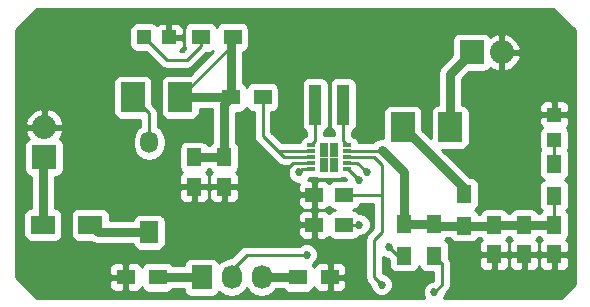
<source format=gtl>
G04 #@! TF.FileFunction,Copper,L1,Top,Signal*
%FSLAX46Y46*%
G04 Gerber Fmt 4.6, Leading zero omitted, Abs format (unit mm)*
G04 Created by KiCad (PCBNEW no-vcs-found-product) date Fri 08 Apr 2016 01:52:16 AM CDT*
%MOMM*%
G01*
G04 APERTURE LIST*
%ADD10C,0.100000*%
%ADD11R,1.250000X1.500000*%
%ADD12R,1.500000X1.250000*%
%ADD13R,1.198880X1.198880*%
%ADD14R,1.727200X2.032000*%
%ADD15O,1.727200X2.032000*%
%ADD16R,0.980000X3.400000*%
%ADD17R,1.500000X1.300000*%
%ADD18R,1.300000X1.500000*%
%ADD19R,1.524000X1.824000*%
%ADD20O,1.524000X1.824000*%
%ADD21R,0.650000X0.300000*%
%ADD22R,0.775000X1.240000*%
%ADD23R,2.000000X1.600000*%
%ADD24R,2.000000X2.500000*%
%ADD25R,2.032000X2.032000*%
%ADD26O,2.032000X2.032000*%
%ADD27C,0.685800*%
%ADD28C,0.758000*%
%ADD29C,0.250000*%
%ADD30C,0.254000*%
G04 APERTURE END LIST*
D10*
D11*
X80645000Y-145435000D03*
X80645000Y-147935000D03*
X83185000Y-145435000D03*
X83185000Y-147935000D03*
D12*
X93325000Y-151130000D03*
X90825000Y-151130000D03*
X93325000Y-148590000D03*
X90825000Y-148590000D03*
D11*
X106045000Y-151150000D03*
X106045000Y-153650000D03*
X108585000Y-151150000D03*
X108585000Y-153650000D03*
X111125000Y-151150000D03*
X111125000Y-153650000D03*
D13*
X78519020Y-135255000D03*
X76420980Y-135255000D03*
X111125000Y-141825980D03*
X111125000Y-143924020D03*
D14*
X81280000Y-155575000D03*
D15*
X83820000Y-155575000D03*
X86360000Y-155575000D03*
D16*
X93268800Y-140970000D03*
X90898800Y-140970000D03*
D17*
X74850000Y-155575000D03*
X77550000Y-155575000D03*
X92155000Y-155575000D03*
X89455000Y-155575000D03*
X83900000Y-135255000D03*
X81200000Y-135255000D03*
D18*
X100965000Y-151050000D03*
X100965000Y-153750000D03*
X111125000Y-145970000D03*
X111125000Y-148670000D03*
X98425000Y-153750000D03*
X98425000Y-151050000D03*
D17*
X86440000Y-140335000D03*
X83740000Y-140335000D03*
D18*
X103505000Y-148510000D03*
X103505000Y-151210000D03*
D19*
X76835000Y-151765000D03*
D20*
X76835000Y-144145000D03*
D21*
X90525000Y-144415000D03*
X90525000Y-144915000D03*
X90525000Y-145415000D03*
X90525000Y-145915000D03*
X90525000Y-146415000D03*
X93625000Y-146415000D03*
X93625000Y-145915000D03*
X93625000Y-145415000D03*
X93625000Y-144915000D03*
X93625000Y-144415000D03*
D22*
X92462500Y-146035000D03*
X92462500Y-144795000D03*
X91687500Y-146035000D03*
X91687500Y-144795000D03*
D23*
X67850000Y-151130000D03*
X71850000Y-151130000D03*
D24*
X75470000Y-140335000D03*
X79470000Y-140335000D03*
X98330000Y-142875000D03*
X102330000Y-142875000D03*
D25*
X67945000Y-145415000D03*
D26*
X67945000Y-142875000D03*
D25*
X104140000Y-136525000D03*
D26*
X106680000Y-136525000D03*
D27*
X107315000Y-146685000D03*
X95250000Y-146685000D03*
X94615000Y-151130000D03*
X94615000Y-147320000D03*
X96520000Y-156210000D03*
X100965000Y-156845000D03*
X90170000Y-153670000D03*
X97155000Y-153035000D03*
X89535000Y-146685000D03*
D28*
X83740000Y-140335000D02*
X83740000Y-135415000D01*
X83740000Y-135415000D02*
X83900000Y-135255000D01*
X79470000Y-140335000D02*
X83740000Y-140335000D01*
X83185000Y-145435000D02*
X83185000Y-140890000D01*
X83185000Y-140890000D02*
X83740000Y-140335000D01*
X83185000Y-145435000D02*
X80645000Y-145435000D01*
D29*
X83740000Y-135415000D02*
X83900000Y-135255000D01*
X83185000Y-140890000D02*
X82630000Y-140335000D01*
X82630000Y-140335000D02*
X79470000Y-140335000D01*
X79470000Y-140335000D02*
X83900000Y-135905000D01*
X83900000Y-135905000D02*
X83900000Y-135255000D01*
X93625000Y-145915000D02*
X94480000Y-145915000D01*
X94480000Y-145915000D02*
X95250000Y-146685000D01*
X90525000Y-145915000D02*
X89035000Y-145915000D01*
X88265000Y-148590000D02*
X90825000Y-148590000D01*
X87630000Y-147955000D02*
X88265000Y-148590000D01*
X87630000Y-147320000D02*
X87630000Y-147955000D01*
X89035000Y-145915000D02*
X87630000Y-147320000D01*
X93625000Y-146415000D02*
X93710000Y-146415000D01*
X93710000Y-146415000D02*
X94615000Y-147320000D01*
X94615000Y-151130000D02*
X93325000Y-151130000D01*
X96520000Y-148590000D02*
X96520000Y-151765000D01*
X95885000Y-155575000D02*
X96520000Y-156210000D01*
X95885000Y-152400000D02*
X95885000Y-155575000D01*
X96520000Y-151765000D02*
X95885000Y-152400000D01*
X100965000Y-153750000D02*
X101600000Y-154385000D01*
X101600000Y-154385000D02*
X101600000Y-156210000D01*
X101600000Y-156210000D02*
X100965000Y-156845000D01*
X85090000Y-153670000D02*
X83820000Y-154940000D01*
X90170000Y-153670000D02*
X85090000Y-153670000D01*
X83820000Y-154940000D02*
X83820000Y-155575000D01*
X93325000Y-148590000D02*
X96520000Y-148590000D01*
X83820000Y-155575000D02*
X83820000Y-154940000D01*
X93625000Y-145415000D02*
X95885000Y-145415000D01*
X96520000Y-146050000D02*
X96520000Y-148590000D01*
X95885000Y-145415000D02*
X96520000Y-146050000D01*
D28*
X98425000Y-151050000D02*
X98425000Y-146685000D01*
X98425000Y-146685000D02*
X96520000Y-144780000D01*
X98425000Y-151050000D02*
X100965000Y-151050000D01*
X103505000Y-151210000D02*
X101125000Y-151210000D01*
X101125000Y-151210000D02*
X100965000Y-151050000D01*
X103505000Y-151210000D02*
X105985000Y-151210000D01*
X105985000Y-151210000D02*
X106045000Y-151150000D01*
X111125000Y-151150000D02*
X108585000Y-151150000D01*
X108585000Y-151150000D02*
X106045000Y-151150000D01*
D29*
X111125000Y-151150000D02*
X111125000Y-148670000D01*
X93625000Y-144915000D02*
X96655000Y-144915000D01*
X96655000Y-144915000D02*
X98425000Y-146685000D01*
X100965000Y-151050000D02*
X101125000Y-151210000D01*
X101125000Y-151210000D02*
X105985000Y-151210000D01*
X105985000Y-151210000D02*
X106045000Y-151150000D01*
X106045000Y-151150000D02*
X111125000Y-151150000D01*
X81200000Y-135255000D02*
X81200000Y-135970000D01*
X78325980Y-137160000D02*
X76420980Y-135255000D01*
X80010000Y-137160000D02*
X78325980Y-137160000D01*
X81200000Y-135970000D02*
X80010000Y-137160000D01*
X111125000Y-145970000D02*
X111125000Y-143924020D01*
D28*
X81280000Y-155575000D02*
X77550000Y-155575000D01*
X86360000Y-155575000D02*
X89455000Y-155575000D01*
D29*
X93268800Y-140970000D02*
X93268800Y-144058800D01*
X93268800Y-144058800D02*
X93625000Y-144415000D01*
X90898800Y-140970000D02*
X90898800Y-144041200D01*
X90898800Y-144041200D02*
X90525000Y-144415000D01*
X90525000Y-146415000D02*
X89805000Y-146415000D01*
X97155000Y-153035000D02*
X97870000Y-153750000D01*
X89805000Y-146415000D02*
X89535000Y-146685000D01*
X97870000Y-153750000D02*
X98425000Y-153750000D01*
X97870000Y-153750000D02*
X98425000Y-153750000D01*
X98425000Y-153750000D02*
X98425000Y-154305000D01*
X90440000Y-146415000D02*
X90525000Y-146415000D01*
X90525000Y-145415000D02*
X88265000Y-145415000D01*
X88265000Y-145415000D02*
X87630000Y-144780000D01*
X90525000Y-144915000D02*
X87765000Y-144915000D01*
X86440000Y-143590000D02*
X86440000Y-140335000D01*
X87765000Y-144915000D02*
X87630000Y-144780000D01*
X87630000Y-144780000D02*
X86440000Y-143590000D01*
D28*
X103505000Y-148510000D02*
X103505000Y-148050000D01*
X103505000Y-148050000D02*
X98330000Y-142875000D01*
D29*
X103505000Y-148050000D02*
X98330000Y-142875000D01*
D28*
X76835000Y-151765000D02*
X72485000Y-151765000D01*
X72485000Y-151765000D02*
X71850000Y-151130000D01*
D29*
X76835000Y-144145000D02*
X76835000Y-141700000D01*
X76835000Y-141700000D02*
X75470000Y-140335000D01*
D28*
X67850000Y-151130000D02*
X67850000Y-145510000D01*
X67850000Y-145510000D02*
X67945000Y-145415000D01*
D29*
X67945000Y-145415000D02*
X67945000Y-151035000D01*
X67945000Y-151035000D02*
X67850000Y-151130000D01*
D28*
X102330000Y-142875000D02*
X102330000Y-138335000D01*
X102330000Y-138335000D02*
X104140000Y-136525000D01*
D29*
X102330000Y-138335000D02*
X104140000Y-136525000D01*
D30*
G36*
X112903000Y-134672606D02*
X112903000Y-156157394D01*
X111707394Y-157353000D01*
X101812915Y-157353000D01*
X101942730Y-157040370D01*
X101942816Y-156941986D01*
X102137401Y-156747401D01*
X102302148Y-156500839D01*
X102360000Y-156210000D01*
X102360000Y-154385000D01*
X102302148Y-154094161D01*
X102262440Y-154034734D01*
X102262440Y-153935750D01*
X104785000Y-153935750D01*
X104785000Y-154526309D01*
X104881673Y-154759698D01*
X105060301Y-154938327D01*
X105293690Y-155035000D01*
X105759250Y-155035000D01*
X105918000Y-154876250D01*
X105918000Y-153777000D01*
X106172000Y-153777000D01*
X106172000Y-154876250D01*
X106330750Y-155035000D01*
X106796310Y-155035000D01*
X107029699Y-154938327D01*
X107208327Y-154759698D01*
X107305000Y-154526309D01*
X107305000Y-153935750D01*
X107325000Y-153935750D01*
X107325000Y-154526309D01*
X107421673Y-154759698D01*
X107600301Y-154938327D01*
X107833690Y-155035000D01*
X108299250Y-155035000D01*
X108458000Y-154876250D01*
X108458000Y-153777000D01*
X108712000Y-153777000D01*
X108712000Y-154876250D01*
X108870750Y-155035000D01*
X109336310Y-155035000D01*
X109569699Y-154938327D01*
X109748327Y-154759698D01*
X109845000Y-154526309D01*
X109845000Y-153935750D01*
X109865000Y-153935750D01*
X109865000Y-154526309D01*
X109961673Y-154759698D01*
X110140301Y-154938327D01*
X110373690Y-155035000D01*
X110839250Y-155035000D01*
X110998000Y-154876250D01*
X110998000Y-153777000D01*
X111252000Y-153777000D01*
X111252000Y-154876250D01*
X111410750Y-155035000D01*
X111876310Y-155035000D01*
X112109699Y-154938327D01*
X112288327Y-154759698D01*
X112385000Y-154526309D01*
X112385000Y-153935750D01*
X112226250Y-153777000D01*
X111252000Y-153777000D01*
X110998000Y-153777000D01*
X110023750Y-153777000D01*
X109865000Y-153935750D01*
X109845000Y-153935750D01*
X109686250Y-153777000D01*
X108712000Y-153777000D01*
X108458000Y-153777000D01*
X107483750Y-153777000D01*
X107325000Y-153935750D01*
X107305000Y-153935750D01*
X107146250Y-153777000D01*
X106172000Y-153777000D01*
X105918000Y-153777000D01*
X104943750Y-153777000D01*
X104785000Y-153935750D01*
X102262440Y-153935750D01*
X102262440Y-153000000D01*
X102218162Y-152764683D01*
X102079090Y-152548559D01*
X101866890Y-152403569D01*
X101853803Y-152400919D01*
X102066441Y-152264090D01*
X102093833Y-152224000D01*
X102270295Y-152224000D01*
X102390910Y-152411441D01*
X102603110Y-152556431D01*
X102855000Y-152607440D01*
X104155000Y-152607440D01*
X104390317Y-152563162D01*
X104606441Y-152424090D01*
X104743157Y-152224000D01*
X104873904Y-152224000D01*
X104955910Y-152351441D01*
X105024006Y-152397969D01*
X104881673Y-152540302D01*
X104785000Y-152773691D01*
X104785000Y-153364250D01*
X104943750Y-153523000D01*
X105918000Y-153523000D01*
X105918000Y-153503000D01*
X106172000Y-153503000D01*
X106172000Y-153523000D01*
X107146250Y-153523000D01*
X107305000Y-153364250D01*
X107305000Y-152773691D01*
X107208327Y-152540302D01*
X107067090Y-152399064D01*
X107121441Y-152364090D01*
X107258157Y-152164000D01*
X107375295Y-152164000D01*
X107495910Y-152351441D01*
X107564006Y-152397969D01*
X107421673Y-152540302D01*
X107325000Y-152773691D01*
X107325000Y-153364250D01*
X107483750Y-153523000D01*
X108458000Y-153523000D01*
X108458000Y-153503000D01*
X108712000Y-153503000D01*
X108712000Y-153523000D01*
X109686250Y-153523000D01*
X109845000Y-153364250D01*
X109845000Y-152773691D01*
X109748327Y-152540302D01*
X109607090Y-152399064D01*
X109661441Y-152364090D01*
X109798157Y-152164000D01*
X109915295Y-152164000D01*
X110035910Y-152351441D01*
X110104006Y-152397969D01*
X109961673Y-152540302D01*
X109865000Y-152773691D01*
X109865000Y-153364250D01*
X110023750Y-153523000D01*
X110998000Y-153523000D01*
X110998000Y-153503000D01*
X111252000Y-153503000D01*
X111252000Y-153523000D01*
X112226250Y-153523000D01*
X112385000Y-153364250D01*
X112385000Y-152773691D01*
X112288327Y-152540302D01*
X112147090Y-152399064D01*
X112201441Y-152364090D01*
X112346431Y-152151890D01*
X112397440Y-151900000D01*
X112397440Y-150400000D01*
X112353162Y-150164683D01*
X112214090Y-149948559D01*
X112171489Y-149919451D01*
X112226441Y-149884090D01*
X112371431Y-149671890D01*
X112422440Y-149420000D01*
X112422440Y-147920000D01*
X112378162Y-147684683D01*
X112239090Y-147468559D01*
X112026890Y-147323569D01*
X112013803Y-147320919D01*
X112226441Y-147184090D01*
X112371431Y-146971890D01*
X112422440Y-146720000D01*
X112422440Y-145220000D01*
X112378162Y-144984683D01*
X112281005Y-144833696D01*
X112320871Y-144775350D01*
X112371880Y-144523460D01*
X112371880Y-143324580D01*
X112327602Y-143089263D01*
X112188530Y-142873139D01*
X112180341Y-142867544D01*
X112262767Y-142785118D01*
X112359440Y-142551729D01*
X112359440Y-142111730D01*
X112200690Y-141952980D01*
X111252000Y-141952980D01*
X111252000Y-141972980D01*
X110998000Y-141972980D01*
X110998000Y-141952980D01*
X110049310Y-141952980D01*
X109890560Y-142111730D01*
X109890560Y-142551729D01*
X109987233Y-142785118D01*
X110069445Y-142867331D01*
X109929129Y-143072690D01*
X109878120Y-143324580D01*
X109878120Y-144523460D01*
X109922398Y-144758777D01*
X109970512Y-144833548D01*
X109878569Y-144968110D01*
X109827560Y-145220000D01*
X109827560Y-146720000D01*
X109871838Y-146955317D01*
X110010910Y-147171441D01*
X110223110Y-147316431D01*
X110236197Y-147319081D01*
X110023559Y-147455910D01*
X109878569Y-147668110D01*
X109827560Y-147920000D01*
X109827560Y-149420000D01*
X109871838Y-149655317D01*
X110010910Y-149871441D01*
X110077762Y-149917119D01*
X110048559Y-149935910D01*
X109911843Y-150136000D01*
X109794705Y-150136000D01*
X109674090Y-149948559D01*
X109461890Y-149803569D01*
X109210000Y-149752560D01*
X107960000Y-149752560D01*
X107724683Y-149796838D01*
X107508559Y-149935910D01*
X107371843Y-150136000D01*
X107254705Y-150136000D01*
X107134090Y-149948559D01*
X106921890Y-149803569D01*
X106670000Y-149752560D01*
X105420000Y-149752560D01*
X105184683Y-149796838D01*
X104968559Y-149935910D01*
X104823569Y-150148110D01*
X104813871Y-150196000D01*
X104739705Y-150196000D01*
X104619090Y-150008559D01*
X104406890Y-149863569D01*
X104393803Y-149860919D01*
X104606441Y-149724090D01*
X104751431Y-149511890D01*
X104802440Y-149260000D01*
X104802440Y-147760000D01*
X104758162Y-147524683D01*
X104619090Y-147308559D01*
X104406890Y-147163569D01*
X104155000Y-147112560D01*
X104001572Y-147112560D01*
X101661452Y-144772440D01*
X103330000Y-144772440D01*
X103565317Y-144728162D01*
X103781441Y-144589090D01*
X103926431Y-144376890D01*
X103977440Y-144125000D01*
X103977440Y-141625000D01*
X103933162Y-141389683D01*
X103794090Y-141173559D01*
X103686771Y-141100231D01*
X109890560Y-141100231D01*
X109890560Y-141540230D01*
X110049310Y-141698980D01*
X110998000Y-141698980D01*
X110998000Y-140750290D01*
X111252000Y-140750290D01*
X111252000Y-141698980D01*
X112200690Y-141698980D01*
X112359440Y-141540230D01*
X112359440Y-141100231D01*
X112262767Y-140866842D01*
X112084139Y-140688213D01*
X111850750Y-140591540D01*
X111410750Y-140591540D01*
X111252000Y-140750290D01*
X110998000Y-140750290D01*
X110839250Y-140591540D01*
X110399250Y-140591540D01*
X110165861Y-140688213D01*
X109987233Y-140866842D01*
X109890560Y-141100231D01*
X103686771Y-141100231D01*
X103581890Y-141028569D01*
X103344000Y-140980395D01*
X103344000Y-138755012D01*
X103910572Y-138188440D01*
X105156000Y-138188440D01*
X105391317Y-138144162D01*
X105607441Y-138005090D01*
X105718840Y-137842052D01*
X105815182Y-137931385D01*
X106297056Y-138130975D01*
X106553000Y-138011836D01*
X106553000Y-136652000D01*
X106807000Y-136652000D01*
X106807000Y-138011836D01*
X107062944Y-138130975D01*
X107544818Y-137931385D01*
X108017188Y-137493379D01*
X108285983Y-136907946D01*
X108167367Y-136652000D01*
X106807000Y-136652000D01*
X106553000Y-136652000D01*
X106533000Y-136652000D01*
X106533000Y-136398000D01*
X106553000Y-136398000D01*
X106553000Y-135038164D01*
X106807000Y-135038164D01*
X106807000Y-136398000D01*
X108167367Y-136398000D01*
X108285983Y-136142054D01*
X108017188Y-135556621D01*
X107544818Y-135118615D01*
X107062944Y-134919025D01*
X106807000Y-135038164D01*
X106553000Y-135038164D01*
X106297056Y-134919025D01*
X105815182Y-135118615D01*
X105717602Y-135209097D01*
X105620090Y-135057559D01*
X105407890Y-134912569D01*
X105156000Y-134861560D01*
X103124000Y-134861560D01*
X102888683Y-134905838D01*
X102672559Y-135044910D01*
X102527569Y-135257110D01*
X102476560Y-135509000D01*
X102476560Y-136754428D01*
X101612994Y-137617994D01*
X101393186Y-137946959D01*
X101316000Y-138335000D01*
X101316000Y-140980194D01*
X101094683Y-141021838D01*
X100878559Y-141160910D01*
X100733569Y-141373110D01*
X100682560Y-141625000D01*
X100682560Y-143793548D01*
X99977440Y-143088428D01*
X99977440Y-141625000D01*
X99933162Y-141389683D01*
X99794090Y-141173559D01*
X99581890Y-141028569D01*
X99330000Y-140977560D01*
X97330000Y-140977560D01*
X97094683Y-141021838D01*
X96878559Y-141160910D01*
X96733569Y-141373110D01*
X96682560Y-141625000D01*
X96682560Y-143798335D01*
X96520000Y-143766000D01*
X96131959Y-143843186D01*
X95802994Y-144062994D01*
X95741517Y-144155000D01*
X94576742Y-144155000D01*
X94553162Y-144029683D01*
X94414090Y-143813559D01*
X94201890Y-143668569D01*
X94028800Y-143633517D01*
X94028800Y-143250844D01*
X94210241Y-143134090D01*
X94355231Y-142921890D01*
X94406240Y-142670000D01*
X94406240Y-139270000D01*
X94361962Y-139034683D01*
X94222890Y-138818559D01*
X94010690Y-138673569D01*
X93758800Y-138622560D01*
X92778800Y-138622560D01*
X92543483Y-138666838D01*
X92327359Y-138805910D01*
X92182369Y-139018110D01*
X92131360Y-139270000D01*
X92131360Y-142670000D01*
X92175638Y-142905317D01*
X92314710Y-143121441D01*
X92508800Y-143254057D01*
X92508800Y-143527560D01*
X91658800Y-143527560D01*
X91658800Y-143250844D01*
X91840241Y-143134090D01*
X91985231Y-142921890D01*
X92036240Y-142670000D01*
X92036240Y-139270000D01*
X91991962Y-139034683D01*
X91852890Y-138818559D01*
X91640690Y-138673569D01*
X91388800Y-138622560D01*
X90408800Y-138622560D01*
X90173483Y-138666838D01*
X89957359Y-138805910D01*
X89812369Y-139018110D01*
X89761360Y-139270000D01*
X89761360Y-142670000D01*
X89805638Y-142905317D01*
X89944710Y-143121441D01*
X90138800Y-143254057D01*
X90138800Y-143629076D01*
X89964683Y-143661838D01*
X89748559Y-143800910D01*
X89603569Y-144013110D01*
X89574836Y-144155000D01*
X88079802Y-144155000D01*
X87200000Y-143275198D01*
X87200000Y-141630558D01*
X87425317Y-141588162D01*
X87641441Y-141449090D01*
X87786431Y-141236890D01*
X87837440Y-140985000D01*
X87837440Y-139685000D01*
X87793162Y-139449683D01*
X87654090Y-139233559D01*
X87441890Y-139088569D01*
X87190000Y-139037560D01*
X85690000Y-139037560D01*
X85454683Y-139081838D01*
X85238559Y-139220910D01*
X85093569Y-139433110D01*
X85090919Y-139446197D01*
X84954090Y-139233559D01*
X84754000Y-139096843D01*
X84754000Y-136532871D01*
X84885317Y-136508162D01*
X85101441Y-136369090D01*
X85246431Y-136156890D01*
X85297440Y-135905000D01*
X85297440Y-134605000D01*
X85253162Y-134369683D01*
X85114090Y-134153559D01*
X84901890Y-134008569D01*
X84650000Y-133957560D01*
X83150000Y-133957560D01*
X82914683Y-134001838D01*
X82698559Y-134140910D01*
X82553569Y-134353110D01*
X82550919Y-134366197D01*
X82414090Y-134153559D01*
X82201890Y-134008569D01*
X81950000Y-133957560D01*
X80450000Y-133957560D01*
X80214683Y-134001838D01*
X79998559Y-134140910D01*
X79853569Y-134353110D01*
X79802560Y-134605000D01*
X79802560Y-135905000D01*
X79846838Y-136140317D01*
X79889141Y-136206057D01*
X79695198Y-136400000D01*
X79460696Y-136400000D01*
X79478158Y-136392767D01*
X79656787Y-136214139D01*
X79753460Y-135980750D01*
X79753460Y-135540750D01*
X79594710Y-135382000D01*
X78646020Y-135382000D01*
X78646020Y-135402000D01*
X78392020Y-135402000D01*
X78392020Y-135382000D01*
X78372020Y-135382000D01*
X78372020Y-135128000D01*
X78392020Y-135128000D01*
X78392020Y-134179310D01*
X78646020Y-134179310D01*
X78646020Y-135128000D01*
X79594710Y-135128000D01*
X79753460Y-134969250D01*
X79753460Y-134529250D01*
X79656787Y-134295861D01*
X79478158Y-134117233D01*
X79244769Y-134020560D01*
X78804770Y-134020560D01*
X78646020Y-134179310D01*
X78392020Y-134179310D01*
X78233270Y-134020560D01*
X77793271Y-134020560D01*
X77559882Y-134117233D01*
X77477669Y-134199445D01*
X77272310Y-134059129D01*
X77020420Y-134008120D01*
X75821540Y-134008120D01*
X75586223Y-134052398D01*
X75370099Y-134191470D01*
X75225109Y-134403670D01*
X75174100Y-134655560D01*
X75174100Y-135854440D01*
X75218378Y-136089757D01*
X75357450Y-136305881D01*
X75569650Y-136450871D01*
X75821540Y-136501880D01*
X76593058Y-136501880D01*
X77788579Y-137697401D01*
X78035141Y-137862148D01*
X78325980Y-137920000D01*
X80010000Y-137920000D01*
X80300839Y-137862148D01*
X80547401Y-137697401D01*
X81692362Y-136552440D01*
X81950000Y-136552440D01*
X82185317Y-136508162D01*
X82288311Y-136441887D01*
X80292638Y-138437560D01*
X78470000Y-138437560D01*
X78234683Y-138481838D01*
X78018559Y-138620910D01*
X77873569Y-138833110D01*
X77822560Y-139085000D01*
X77822560Y-141585000D01*
X77866838Y-141820317D01*
X78005910Y-142036441D01*
X78218110Y-142181431D01*
X78470000Y-142232440D01*
X80470000Y-142232440D01*
X80705317Y-142188162D01*
X80921441Y-142049090D01*
X81066431Y-141836890D01*
X81117440Y-141585000D01*
X81117440Y-141349000D01*
X82171000Y-141349000D01*
X82171000Y-144180730D01*
X82108559Y-144220910D01*
X81971843Y-144421000D01*
X81854705Y-144421000D01*
X81734090Y-144233559D01*
X81521890Y-144088569D01*
X81270000Y-144037560D01*
X80020000Y-144037560D01*
X79784683Y-144081838D01*
X79568559Y-144220910D01*
X79423569Y-144433110D01*
X79372560Y-144685000D01*
X79372560Y-146185000D01*
X79416838Y-146420317D01*
X79555910Y-146636441D01*
X79624006Y-146682969D01*
X79481673Y-146825302D01*
X79385000Y-147058691D01*
X79385000Y-147649250D01*
X79543750Y-147808000D01*
X80518000Y-147808000D01*
X80518000Y-147788000D01*
X80772000Y-147788000D01*
X80772000Y-147808000D01*
X81746250Y-147808000D01*
X81905000Y-147649250D01*
X81905000Y-147058691D01*
X81808327Y-146825302D01*
X81667090Y-146684064D01*
X81721441Y-146649090D01*
X81858157Y-146449000D01*
X81975295Y-146449000D01*
X82095910Y-146636441D01*
X82164006Y-146682969D01*
X82021673Y-146825302D01*
X81925000Y-147058691D01*
X81925000Y-147649250D01*
X82083750Y-147808000D01*
X83058000Y-147808000D01*
X83058000Y-147788000D01*
X83312000Y-147788000D01*
X83312000Y-147808000D01*
X84286250Y-147808000D01*
X84445000Y-147649250D01*
X84445000Y-147058691D01*
X84348327Y-146825302D01*
X84207090Y-146684064D01*
X84261441Y-146649090D01*
X84406431Y-146436890D01*
X84457440Y-146185000D01*
X84457440Y-144685000D01*
X84413162Y-144449683D01*
X84274090Y-144233559D01*
X84199000Y-144182252D01*
X84199000Y-141632440D01*
X84490000Y-141632440D01*
X84725317Y-141588162D01*
X84941441Y-141449090D01*
X85086431Y-141236890D01*
X85089081Y-141223803D01*
X85225910Y-141436441D01*
X85438110Y-141581431D01*
X85680000Y-141630415D01*
X85680000Y-143590000D01*
X85737852Y-143880839D01*
X85902599Y-144127401D01*
X87727599Y-145952401D01*
X87974161Y-146117148D01*
X88265000Y-146175000D01*
X88687916Y-146175000D01*
X88557270Y-146489630D01*
X88556931Y-146878663D01*
X88705493Y-147238212D01*
X88980341Y-147513540D01*
X89339630Y-147662730D01*
X89512823Y-147662881D01*
X89440000Y-147838690D01*
X89440000Y-148304250D01*
X89598750Y-148463000D01*
X90698000Y-148463000D01*
X90698000Y-147488750D01*
X90539250Y-147330000D01*
X90273041Y-147330000D01*
X90363540Y-147239659D01*
X90374842Y-147212440D01*
X90850000Y-147212440D01*
X90960590Y-147191631D01*
X91048110Y-147251431D01*
X91300000Y-147302440D01*
X92850000Y-147302440D01*
X93085317Y-147258162D01*
X93190752Y-147190317D01*
X93300000Y-147212440D01*
X93432638Y-147212440D01*
X93537758Y-147317560D01*
X92575000Y-147317560D01*
X92339683Y-147361838D01*
X92123559Y-147500910D01*
X92077031Y-147569006D01*
X91934698Y-147426673D01*
X91701309Y-147330000D01*
X91110750Y-147330000D01*
X90952000Y-147488750D01*
X90952000Y-148463000D01*
X90972000Y-148463000D01*
X90972000Y-148717000D01*
X90952000Y-148717000D01*
X90952000Y-149691250D01*
X91110750Y-149850000D01*
X91701309Y-149850000D01*
X91934698Y-149753327D01*
X92075936Y-149612090D01*
X92110910Y-149666441D01*
X92323110Y-149811431D01*
X92562509Y-149859910D01*
X92339683Y-149901838D01*
X92123559Y-150040910D01*
X92077031Y-150109006D01*
X91934698Y-149966673D01*
X91701309Y-149870000D01*
X91110750Y-149870000D01*
X90952000Y-150028750D01*
X90952000Y-151003000D01*
X90972000Y-151003000D01*
X90972000Y-151257000D01*
X90952000Y-151257000D01*
X90952000Y-152231250D01*
X91110750Y-152390000D01*
X91701309Y-152390000D01*
X91934698Y-152293327D01*
X92075936Y-152152090D01*
X92110910Y-152206441D01*
X92323110Y-152351431D01*
X92575000Y-152402440D01*
X94075000Y-152402440D01*
X94310317Y-152358162D01*
X94526441Y-152219090D01*
X94602421Y-152107889D01*
X94808663Y-152108069D01*
X95168212Y-151959507D01*
X95443540Y-151684659D01*
X95592730Y-151325370D01*
X95593069Y-150936337D01*
X95444507Y-150576788D01*
X95169659Y-150301460D01*
X94810370Y-150152270D01*
X94602492Y-150152089D01*
X94539090Y-150053559D01*
X94326890Y-149908569D01*
X94087491Y-149860090D01*
X94310317Y-149818162D01*
X94526441Y-149679090D01*
X94671431Y-149466890D01*
X94695102Y-149350000D01*
X95760000Y-149350000D01*
X95760000Y-151450198D01*
X95347599Y-151862599D01*
X95182852Y-152109161D01*
X95125000Y-152400000D01*
X95125000Y-155575000D01*
X95182852Y-155865839D01*
X95347599Y-156112401D01*
X95542015Y-156306817D01*
X95541931Y-156403663D01*
X95690493Y-156763212D01*
X95965341Y-157038540D01*
X96324630Y-157187730D01*
X96713663Y-157188069D01*
X97073212Y-157039507D01*
X97348540Y-156764659D01*
X97497730Y-156405370D01*
X97498069Y-156016337D01*
X97349507Y-155656788D01*
X97074659Y-155381460D01*
X96715370Y-155232270D01*
X96645000Y-155232209D01*
X96645000Y-153882084D01*
X96959630Y-154012730D01*
X97058014Y-154012816D01*
X97127560Y-154082362D01*
X97127560Y-154500000D01*
X97171838Y-154735317D01*
X97310910Y-154951441D01*
X97523110Y-155096431D01*
X97775000Y-155147440D01*
X99075000Y-155147440D01*
X99310317Y-155103162D01*
X99526441Y-154964090D01*
X99671431Y-154751890D01*
X99693993Y-154640477D01*
X99711838Y-154735317D01*
X99850910Y-154951441D01*
X100063110Y-155096431D01*
X100315000Y-155147440D01*
X100840000Y-155147440D01*
X100840000Y-155866991D01*
X100771337Y-155866931D01*
X100411788Y-156015493D01*
X100136460Y-156290341D01*
X99987270Y-156649630D01*
X99986931Y-157038663D01*
X100116812Y-157353000D01*
X67362606Y-157353000D01*
X65870356Y-155860750D01*
X73465000Y-155860750D01*
X73465000Y-156351310D01*
X73561673Y-156584699D01*
X73740302Y-156763327D01*
X73973691Y-156860000D01*
X74564250Y-156860000D01*
X74723000Y-156701250D01*
X74723000Y-155702000D01*
X73623750Y-155702000D01*
X73465000Y-155860750D01*
X65870356Y-155860750D01*
X65532000Y-155522394D01*
X65532000Y-154798690D01*
X73465000Y-154798690D01*
X73465000Y-155289250D01*
X73623750Y-155448000D01*
X74723000Y-155448000D01*
X74723000Y-154448750D01*
X74977000Y-154448750D01*
X74977000Y-155448000D01*
X74997000Y-155448000D01*
X74997000Y-155702000D01*
X74977000Y-155702000D01*
X74977000Y-156701250D01*
X75135750Y-156860000D01*
X75726309Y-156860000D01*
X75959698Y-156763327D01*
X76138327Y-156584699D01*
X76194654Y-156448713D01*
X76196838Y-156460317D01*
X76335910Y-156676441D01*
X76548110Y-156821431D01*
X76800000Y-156872440D01*
X78300000Y-156872440D01*
X78535317Y-156828162D01*
X78751441Y-156689090D01*
X78819830Y-156589000D01*
X79768960Y-156589000D01*
X79768960Y-156591000D01*
X79813238Y-156826317D01*
X79952310Y-157042441D01*
X80164510Y-157187431D01*
X80416400Y-157238440D01*
X82143600Y-157238440D01*
X82378917Y-157194162D01*
X82595041Y-157055090D01*
X82740031Y-156842890D01*
X82748400Y-156801561D01*
X82760330Y-156819415D01*
X83246511Y-157144271D01*
X83820000Y-157258345D01*
X84393489Y-157144271D01*
X84879670Y-156819415D01*
X85090000Y-156504634D01*
X85300330Y-156819415D01*
X85786511Y-157144271D01*
X86360000Y-157258345D01*
X86933489Y-157144271D01*
X87419670Y-156819415D01*
X87573628Y-156589000D01*
X88184643Y-156589000D01*
X88240910Y-156676441D01*
X88453110Y-156821431D01*
X88705000Y-156872440D01*
X90205000Y-156872440D01*
X90440317Y-156828162D01*
X90656441Y-156689090D01*
X90801431Y-156476890D01*
X90808191Y-156443510D01*
X90866673Y-156584699D01*
X91045302Y-156763327D01*
X91278691Y-156860000D01*
X91869250Y-156860000D01*
X92028000Y-156701250D01*
X92028000Y-155702000D01*
X92282000Y-155702000D01*
X92282000Y-156701250D01*
X92440750Y-156860000D01*
X93031309Y-156860000D01*
X93264698Y-156763327D01*
X93443327Y-156584699D01*
X93540000Y-156351310D01*
X93540000Y-155860750D01*
X93381250Y-155702000D01*
X92282000Y-155702000D01*
X92028000Y-155702000D01*
X92008000Y-155702000D01*
X92008000Y-155448000D01*
X92028000Y-155448000D01*
X92028000Y-154448750D01*
X92282000Y-154448750D01*
X92282000Y-155448000D01*
X93381250Y-155448000D01*
X93540000Y-155289250D01*
X93540000Y-154798690D01*
X93443327Y-154565301D01*
X93264698Y-154386673D01*
X93031309Y-154290000D01*
X92440750Y-154290000D01*
X92282000Y-154448750D01*
X92028000Y-154448750D01*
X91869250Y-154290000D01*
X91278691Y-154290000D01*
X91045302Y-154386673D01*
X90866673Y-154565301D01*
X90810346Y-154701287D01*
X90808162Y-154689683D01*
X90693648Y-154511723D01*
X90723212Y-154499507D01*
X90998540Y-154224659D01*
X91147730Y-153865370D01*
X91148069Y-153476337D01*
X90999507Y-153116788D01*
X90724659Y-152841460D01*
X90365370Y-152692270D01*
X89976337Y-152691931D01*
X89616788Y-152840493D01*
X89547160Y-152910000D01*
X85090000Y-152910000D01*
X84799160Y-152967852D01*
X84552599Y-153132599D01*
X83786974Y-153898224D01*
X83246511Y-154005729D01*
X82760330Y-154330585D01*
X82750757Y-154344913D01*
X82746762Y-154323683D01*
X82607690Y-154107559D01*
X82395490Y-153962569D01*
X82143600Y-153911560D01*
X80416400Y-153911560D01*
X80181083Y-153955838D01*
X79964959Y-154094910D01*
X79819969Y-154307110D01*
X79768960Y-154559000D01*
X79768960Y-154561000D01*
X78820357Y-154561000D01*
X78764090Y-154473559D01*
X78551890Y-154328569D01*
X78300000Y-154277560D01*
X76800000Y-154277560D01*
X76564683Y-154321838D01*
X76348559Y-154460910D01*
X76203569Y-154673110D01*
X76196809Y-154706490D01*
X76138327Y-154565301D01*
X75959698Y-154386673D01*
X75726309Y-154290000D01*
X75135750Y-154290000D01*
X74977000Y-154448750D01*
X74723000Y-154448750D01*
X74564250Y-154290000D01*
X73973691Y-154290000D01*
X73740302Y-154386673D01*
X73561673Y-154565301D01*
X73465000Y-154798690D01*
X65532000Y-154798690D01*
X65532000Y-150330000D01*
X66202560Y-150330000D01*
X66202560Y-151930000D01*
X66246838Y-152165317D01*
X66385910Y-152381441D01*
X66598110Y-152526431D01*
X66850000Y-152577440D01*
X68850000Y-152577440D01*
X69085317Y-152533162D01*
X69301441Y-152394090D01*
X69446431Y-152181890D01*
X69497440Y-151930000D01*
X69497440Y-150330000D01*
X70202560Y-150330000D01*
X70202560Y-151930000D01*
X70246838Y-152165317D01*
X70385910Y-152381441D01*
X70598110Y-152526431D01*
X70850000Y-152577440D01*
X71910820Y-152577440D01*
X72059822Y-152677000D01*
X72096959Y-152701814D01*
X72485000Y-152779000D01*
X75444753Y-152779000D01*
X75469838Y-152912317D01*
X75608910Y-153128441D01*
X75821110Y-153273431D01*
X76073000Y-153324440D01*
X77597000Y-153324440D01*
X77832317Y-153280162D01*
X78048441Y-153141090D01*
X78193431Y-152928890D01*
X78244440Y-152677000D01*
X78244440Y-151415750D01*
X89440000Y-151415750D01*
X89440000Y-151881310D01*
X89536673Y-152114699D01*
X89715302Y-152293327D01*
X89948691Y-152390000D01*
X90539250Y-152390000D01*
X90698000Y-152231250D01*
X90698000Y-151257000D01*
X89598750Y-151257000D01*
X89440000Y-151415750D01*
X78244440Y-151415750D01*
X78244440Y-150853000D01*
X78200162Y-150617683D01*
X78061090Y-150401559D01*
X78027621Y-150378690D01*
X89440000Y-150378690D01*
X89440000Y-150844250D01*
X89598750Y-151003000D01*
X90698000Y-151003000D01*
X90698000Y-150028750D01*
X90539250Y-149870000D01*
X89948691Y-149870000D01*
X89715302Y-149966673D01*
X89536673Y-150145301D01*
X89440000Y-150378690D01*
X78027621Y-150378690D01*
X77848890Y-150256569D01*
X77597000Y-150205560D01*
X76073000Y-150205560D01*
X75837683Y-150249838D01*
X75621559Y-150388910D01*
X75476569Y-150601110D01*
X75446216Y-150751000D01*
X73497440Y-150751000D01*
X73497440Y-150330000D01*
X73453162Y-150094683D01*
X73314090Y-149878559D01*
X73101890Y-149733569D01*
X72850000Y-149682560D01*
X70850000Y-149682560D01*
X70614683Y-149726838D01*
X70398559Y-149865910D01*
X70253569Y-150078110D01*
X70202560Y-150330000D01*
X69497440Y-150330000D01*
X69453162Y-150094683D01*
X69314090Y-149878559D01*
X69101890Y-149733569D01*
X68864000Y-149685395D01*
X68864000Y-148220750D01*
X79385000Y-148220750D01*
X79385000Y-148811309D01*
X79481673Y-149044698D01*
X79660301Y-149223327D01*
X79893690Y-149320000D01*
X80359250Y-149320000D01*
X80518000Y-149161250D01*
X80518000Y-148062000D01*
X80772000Y-148062000D01*
X80772000Y-149161250D01*
X80930750Y-149320000D01*
X81396310Y-149320000D01*
X81629699Y-149223327D01*
X81808327Y-149044698D01*
X81905000Y-148811309D01*
X81905000Y-148220750D01*
X81925000Y-148220750D01*
X81925000Y-148811309D01*
X82021673Y-149044698D01*
X82200301Y-149223327D01*
X82433690Y-149320000D01*
X82899250Y-149320000D01*
X83058000Y-149161250D01*
X83058000Y-148062000D01*
X83312000Y-148062000D01*
X83312000Y-149161250D01*
X83470750Y-149320000D01*
X83936310Y-149320000D01*
X84169699Y-149223327D01*
X84348327Y-149044698D01*
X84418307Y-148875750D01*
X89440000Y-148875750D01*
X89440000Y-149341310D01*
X89536673Y-149574699D01*
X89715302Y-149753327D01*
X89948691Y-149850000D01*
X90539250Y-149850000D01*
X90698000Y-149691250D01*
X90698000Y-148717000D01*
X89598750Y-148717000D01*
X89440000Y-148875750D01*
X84418307Y-148875750D01*
X84445000Y-148811309D01*
X84445000Y-148220750D01*
X84286250Y-148062000D01*
X83312000Y-148062000D01*
X83058000Y-148062000D01*
X82083750Y-148062000D01*
X81925000Y-148220750D01*
X81905000Y-148220750D01*
X81746250Y-148062000D01*
X80772000Y-148062000D01*
X80518000Y-148062000D01*
X79543750Y-148062000D01*
X79385000Y-148220750D01*
X68864000Y-148220750D01*
X68864000Y-147078440D01*
X68961000Y-147078440D01*
X69196317Y-147034162D01*
X69412441Y-146895090D01*
X69557431Y-146682890D01*
X69608440Y-146431000D01*
X69608440Y-144399000D01*
X69564162Y-144163683D01*
X69425090Y-143947559D01*
X69262052Y-143836160D01*
X69351385Y-143739818D01*
X69550975Y-143257944D01*
X69431836Y-143002000D01*
X68072000Y-143002000D01*
X68072000Y-143022000D01*
X67818000Y-143022000D01*
X67818000Y-143002000D01*
X66458164Y-143002000D01*
X66339025Y-143257944D01*
X66538615Y-143739818D01*
X66629097Y-143837398D01*
X66477559Y-143934910D01*
X66332569Y-144147110D01*
X66281560Y-144399000D01*
X66281560Y-146431000D01*
X66325838Y-146666317D01*
X66464910Y-146882441D01*
X66677110Y-147027431D01*
X66836000Y-147059607D01*
X66836000Y-149685194D01*
X66614683Y-149726838D01*
X66398559Y-149865910D01*
X66253569Y-150078110D01*
X66202560Y-150330000D01*
X65532000Y-150330000D01*
X65532000Y-142492056D01*
X66339025Y-142492056D01*
X66458164Y-142748000D01*
X67818000Y-142748000D01*
X67818000Y-141387633D01*
X68072000Y-141387633D01*
X68072000Y-142748000D01*
X69431836Y-142748000D01*
X69550975Y-142492056D01*
X69351385Y-142010182D01*
X68913379Y-141537812D01*
X68327946Y-141269017D01*
X68072000Y-141387633D01*
X67818000Y-141387633D01*
X67562054Y-141269017D01*
X66976621Y-141537812D01*
X66538615Y-142010182D01*
X66339025Y-142492056D01*
X65532000Y-142492056D01*
X65532000Y-139085000D01*
X73822560Y-139085000D01*
X73822560Y-141585000D01*
X73866838Y-141820317D01*
X74005910Y-142036441D01*
X74218110Y-142181431D01*
X74470000Y-142232440D01*
X76075000Y-142232440D01*
X76075000Y-142824634D01*
X75847172Y-142976864D01*
X75544340Y-143430083D01*
X75438000Y-143964692D01*
X75438000Y-144325308D01*
X75544340Y-144859917D01*
X75847172Y-145313136D01*
X76300391Y-145615968D01*
X76835000Y-145722308D01*
X77369609Y-145615968D01*
X77822828Y-145313136D01*
X78125660Y-144859917D01*
X78232000Y-144325308D01*
X78232000Y-143964692D01*
X78125660Y-143430083D01*
X77822828Y-142976864D01*
X77595000Y-142824634D01*
X77595000Y-141700000D01*
X77537148Y-141409161D01*
X77372401Y-141162599D01*
X77117440Y-140907638D01*
X77117440Y-139085000D01*
X77073162Y-138849683D01*
X76934090Y-138633559D01*
X76721890Y-138488569D01*
X76470000Y-138437560D01*
X74470000Y-138437560D01*
X74234683Y-138481838D01*
X74018559Y-138620910D01*
X73873569Y-138833110D01*
X73822560Y-139085000D01*
X65532000Y-139085000D01*
X65532000Y-134672606D01*
X67362606Y-132842000D01*
X111072394Y-132842000D01*
X112903000Y-134672606D01*
X112903000Y-134672606D01*
G37*
X112903000Y-134672606D02*
X112903000Y-156157394D01*
X111707394Y-157353000D01*
X101812915Y-157353000D01*
X101942730Y-157040370D01*
X101942816Y-156941986D01*
X102137401Y-156747401D01*
X102302148Y-156500839D01*
X102360000Y-156210000D01*
X102360000Y-154385000D01*
X102302148Y-154094161D01*
X102262440Y-154034734D01*
X102262440Y-153935750D01*
X104785000Y-153935750D01*
X104785000Y-154526309D01*
X104881673Y-154759698D01*
X105060301Y-154938327D01*
X105293690Y-155035000D01*
X105759250Y-155035000D01*
X105918000Y-154876250D01*
X105918000Y-153777000D01*
X106172000Y-153777000D01*
X106172000Y-154876250D01*
X106330750Y-155035000D01*
X106796310Y-155035000D01*
X107029699Y-154938327D01*
X107208327Y-154759698D01*
X107305000Y-154526309D01*
X107305000Y-153935750D01*
X107325000Y-153935750D01*
X107325000Y-154526309D01*
X107421673Y-154759698D01*
X107600301Y-154938327D01*
X107833690Y-155035000D01*
X108299250Y-155035000D01*
X108458000Y-154876250D01*
X108458000Y-153777000D01*
X108712000Y-153777000D01*
X108712000Y-154876250D01*
X108870750Y-155035000D01*
X109336310Y-155035000D01*
X109569699Y-154938327D01*
X109748327Y-154759698D01*
X109845000Y-154526309D01*
X109845000Y-153935750D01*
X109865000Y-153935750D01*
X109865000Y-154526309D01*
X109961673Y-154759698D01*
X110140301Y-154938327D01*
X110373690Y-155035000D01*
X110839250Y-155035000D01*
X110998000Y-154876250D01*
X110998000Y-153777000D01*
X111252000Y-153777000D01*
X111252000Y-154876250D01*
X111410750Y-155035000D01*
X111876310Y-155035000D01*
X112109699Y-154938327D01*
X112288327Y-154759698D01*
X112385000Y-154526309D01*
X112385000Y-153935750D01*
X112226250Y-153777000D01*
X111252000Y-153777000D01*
X110998000Y-153777000D01*
X110023750Y-153777000D01*
X109865000Y-153935750D01*
X109845000Y-153935750D01*
X109686250Y-153777000D01*
X108712000Y-153777000D01*
X108458000Y-153777000D01*
X107483750Y-153777000D01*
X107325000Y-153935750D01*
X107305000Y-153935750D01*
X107146250Y-153777000D01*
X106172000Y-153777000D01*
X105918000Y-153777000D01*
X104943750Y-153777000D01*
X104785000Y-153935750D01*
X102262440Y-153935750D01*
X102262440Y-153000000D01*
X102218162Y-152764683D01*
X102079090Y-152548559D01*
X101866890Y-152403569D01*
X101853803Y-152400919D01*
X102066441Y-152264090D01*
X102093833Y-152224000D01*
X102270295Y-152224000D01*
X102390910Y-152411441D01*
X102603110Y-152556431D01*
X102855000Y-152607440D01*
X104155000Y-152607440D01*
X104390317Y-152563162D01*
X104606441Y-152424090D01*
X104743157Y-152224000D01*
X104873904Y-152224000D01*
X104955910Y-152351441D01*
X105024006Y-152397969D01*
X104881673Y-152540302D01*
X104785000Y-152773691D01*
X104785000Y-153364250D01*
X104943750Y-153523000D01*
X105918000Y-153523000D01*
X105918000Y-153503000D01*
X106172000Y-153503000D01*
X106172000Y-153523000D01*
X107146250Y-153523000D01*
X107305000Y-153364250D01*
X107305000Y-152773691D01*
X107208327Y-152540302D01*
X107067090Y-152399064D01*
X107121441Y-152364090D01*
X107258157Y-152164000D01*
X107375295Y-152164000D01*
X107495910Y-152351441D01*
X107564006Y-152397969D01*
X107421673Y-152540302D01*
X107325000Y-152773691D01*
X107325000Y-153364250D01*
X107483750Y-153523000D01*
X108458000Y-153523000D01*
X108458000Y-153503000D01*
X108712000Y-153503000D01*
X108712000Y-153523000D01*
X109686250Y-153523000D01*
X109845000Y-153364250D01*
X109845000Y-152773691D01*
X109748327Y-152540302D01*
X109607090Y-152399064D01*
X109661441Y-152364090D01*
X109798157Y-152164000D01*
X109915295Y-152164000D01*
X110035910Y-152351441D01*
X110104006Y-152397969D01*
X109961673Y-152540302D01*
X109865000Y-152773691D01*
X109865000Y-153364250D01*
X110023750Y-153523000D01*
X110998000Y-153523000D01*
X110998000Y-153503000D01*
X111252000Y-153503000D01*
X111252000Y-153523000D01*
X112226250Y-153523000D01*
X112385000Y-153364250D01*
X112385000Y-152773691D01*
X112288327Y-152540302D01*
X112147090Y-152399064D01*
X112201441Y-152364090D01*
X112346431Y-152151890D01*
X112397440Y-151900000D01*
X112397440Y-150400000D01*
X112353162Y-150164683D01*
X112214090Y-149948559D01*
X112171489Y-149919451D01*
X112226441Y-149884090D01*
X112371431Y-149671890D01*
X112422440Y-149420000D01*
X112422440Y-147920000D01*
X112378162Y-147684683D01*
X112239090Y-147468559D01*
X112026890Y-147323569D01*
X112013803Y-147320919D01*
X112226441Y-147184090D01*
X112371431Y-146971890D01*
X112422440Y-146720000D01*
X112422440Y-145220000D01*
X112378162Y-144984683D01*
X112281005Y-144833696D01*
X112320871Y-144775350D01*
X112371880Y-144523460D01*
X112371880Y-143324580D01*
X112327602Y-143089263D01*
X112188530Y-142873139D01*
X112180341Y-142867544D01*
X112262767Y-142785118D01*
X112359440Y-142551729D01*
X112359440Y-142111730D01*
X112200690Y-141952980D01*
X111252000Y-141952980D01*
X111252000Y-141972980D01*
X110998000Y-141972980D01*
X110998000Y-141952980D01*
X110049310Y-141952980D01*
X109890560Y-142111730D01*
X109890560Y-142551729D01*
X109987233Y-142785118D01*
X110069445Y-142867331D01*
X109929129Y-143072690D01*
X109878120Y-143324580D01*
X109878120Y-144523460D01*
X109922398Y-144758777D01*
X109970512Y-144833548D01*
X109878569Y-144968110D01*
X109827560Y-145220000D01*
X109827560Y-146720000D01*
X109871838Y-146955317D01*
X110010910Y-147171441D01*
X110223110Y-147316431D01*
X110236197Y-147319081D01*
X110023559Y-147455910D01*
X109878569Y-147668110D01*
X109827560Y-147920000D01*
X109827560Y-149420000D01*
X109871838Y-149655317D01*
X110010910Y-149871441D01*
X110077762Y-149917119D01*
X110048559Y-149935910D01*
X109911843Y-150136000D01*
X109794705Y-150136000D01*
X109674090Y-149948559D01*
X109461890Y-149803569D01*
X109210000Y-149752560D01*
X107960000Y-149752560D01*
X107724683Y-149796838D01*
X107508559Y-149935910D01*
X107371843Y-150136000D01*
X107254705Y-150136000D01*
X107134090Y-149948559D01*
X106921890Y-149803569D01*
X106670000Y-149752560D01*
X105420000Y-149752560D01*
X105184683Y-149796838D01*
X104968559Y-149935910D01*
X104823569Y-150148110D01*
X104813871Y-150196000D01*
X104739705Y-150196000D01*
X104619090Y-150008559D01*
X104406890Y-149863569D01*
X104393803Y-149860919D01*
X104606441Y-149724090D01*
X104751431Y-149511890D01*
X104802440Y-149260000D01*
X104802440Y-147760000D01*
X104758162Y-147524683D01*
X104619090Y-147308559D01*
X104406890Y-147163569D01*
X104155000Y-147112560D01*
X104001572Y-147112560D01*
X101661452Y-144772440D01*
X103330000Y-144772440D01*
X103565317Y-144728162D01*
X103781441Y-144589090D01*
X103926431Y-144376890D01*
X103977440Y-144125000D01*
X103977440Y-141625000D01*
X103933162Y-141389683D01*
X103794090Y-141173559D01*
X103686771Y-141100231D01*
X109890560Y-141100231D01*
X109890560Y-141540230D01*
X110049310Y-141698980D01*
X110998000Y-141698980D01*
X110998000Y-140750290D01*
X111252000Y-140750290D01*
X111252000Y-141698980D01*
X112200690Y-141698980D01*
X112359440Y-141540230D01*
X112359440Y-141100231D01*
X112262767Y-140866842D01*
X112084139Y-140688213D01*
X111850750Y-140591540D01*
X111410750Y-140591540D01*
X111252000Y-140750290D01*
X110998000Y-140750290D01*
X110839250Y-140591540D01*
X110399250Y-140591540D01*
X110165861Y-140688213D01*
X109987233Y-140866842D01*
X109890560Y-141100231D01*
X103686771Y-141100231D01*
X103581890Y-141028569D01*
X103344000Y-140980395D01*
X103344000Y-138755012D01*
X103910572Y-138188440D01*
X105156000Y-138188440D01*
X105391317Y-138144162D01*
X105607441Y-138005090D01*
X105718840Y-137842052D01*
X105815182Y-137931385D01*
X106297056Y-138130975D01*
X106553000Y-138011836D01*
X106553000Y-136652000D01*
X106807000Y-136652000D01*
X106807000Y-138011836D01*
X107062944Y-138130975D01*
X107544818Y-137931385D01*
X108017188Y-137493379D01*
X108285983Y-136907946D01*
X108167367Y-136652000D01*
X106807000Y-136652000D01*
X106553000Y-136652000D01*
X106533000Y-136652000D01*
X106533000Y-136398000D01*
X106553000Y-136398000D01*
X106553000Y-135038164D01*
X106807000Y-135038164D01*
X106807000Y-136398000D01*
X108167367Y-136398000D01*
X108285983Y-136142054D01*
X108017188Y-135556621D01*
X107544818Y-135118615D01*
X107062944Y-134919025D01*
X106807000Y-135038164D01*
X106553000Y-135038164D01*
X106297056Y-134919025D01*
X105815182Y-135118615D01*
X105717602Y-135209097D01*
X105620090Y-135057559D01*
X105407890Y-134912569D01*
X105156000Y-134861560D01*
X103124000Y-134861560D01*
X102888683Y-134905838D01*
X102672559Y-135044910D01*
X102527569Y-135257110D01*
X102476560Y-135509000D01*
X102476560Y-136754428D01*
X101612994Y-137617994D01*
X101393186Y-137946959D01*
X101316000Y-138335000D01*
X101316000Y-140980194D01*
X101094683Y-141021838D01*
X100878559Y-141160910D01*
X100733569Y-141373110D01*
X100682560Y-141625000D01*
X100682560Y-143793548D01*
X99977440Y-143088428D01*
X99977440Y-141625000D01*
X99933162Y-141389683D01*
X99794090Y-141173559D01*
X99581890Y-141028569D01*
X99330000Y-140977560D01*
X97330000Y-140977560D01*
X97094683Y-141021838D01*
X96878559Y-141160910D01*
X96733569Y-141373110D01*
X96682560Y-141625000D01*
X96682560Y-143798335D01*
X96520000Y-143766000D01*
X96131959Y-143843186D01*
X95802994Y-144062994D01*
X95741517Y-144155000D01*
X94576742Y-144155000D01*
X94553162Y-144029683D01*
X94414090Y-143813559D01*
X94201890Y-143668569D01*
X94028800Y-143633517D01*
X94028800Y-143250844D01*
X94210241Y-143134090D01*
X94355231Y-142921890D01*
X94406240Y-142670000D01*
X94406240Y-139270000D01*
X94361962Y-139034683D01*
X94222890Y-138818559D01*
X94010690Y-138673569D01*
X93758800Y-138622560D01*
X92778800Y-138622560D01*
X92543483Y-138666838D01*
X92327359Y-138805910D01*
X92182369Y-139018110D01*
X92131360Y-139270000D01*
X92131360Y-142670000D01*
X92175638Y-142905317D01*
X92314710Y-143121441D01*
X92508800Y-143254057D01*
X92508800Y-143527560D01*
X91658800Y-143527560D01*
X91658800Y-143250844D01*
X91840241Y-143134090D01*
X91985231Y-142921890D01*
X92036240Y-142670000D01*
X92036240Y-139270000D01*
X91991962Y-139034683D01*
X91852890Y-138818559D01*
X91640690Y-138673569D01*
X91388800Y-138622560D01*
X90408800Y-138622560D01*
X90173483Y-138666838D01*
X89957359Y-138805910D01*
X89812369Y-139018110D01*
X89761360Y-139270000D01*
X89761360Y-142670000D01*
X89805638Y-142905317D01*
X89944710Y-143121441D01*
X90138800Y-143254057D01*
X90138800Y-143629076D01*
X89964683Y-143661838D01*
X89748559Y-143800910D01*
X89603569Y-144013110D01*
X89574836Y-144155000D01*
X88079802Y-144155000D01*
X87200000Y-143275198D01*
X87200000Y-141630558D01*
X87425317Y-141588162D01*
X87641441Y-141449090D01*
X87786431Y-141236890D01*
X87837440Y-140985000D01*
X87837440Y-139685000D01*
X87793162Y-139449683D01*
X87654090Y-139233559D01*
X87441890Y-139088569D01*
X87190000Y-139037560D01*
X85690000Y-139037560D01*
X85454683Y-139081838D01*
X85238559Y-139220910D01*
X85093569Y-139433110D01*
X85090919Y-139446197D01*
X84954090Y-139233559D01*
X84754000Y-139096843D01*
X84754000Y-136532871D01*
X84885317Y-136508162D01*
X85101441Y-136369090D01*
X85246431Y-136156890D01*
X85297440Y-135905000D01*
X85297440Y-134605000D01*
X85253162Y-134369683D01*
X85114090Y-134153559D01*
X84901890Y-134008569D01*
X84650000Y-133957560D01*
X83150000Y-133957560D01*
X82914683Y-134001838D01*
X82698559Y-134140910D01*
X82553569Y-134353110D01*
X82550919Y-134366197D01*
X82414090Y-134153559D01*
X82201890Y-134008569D01*
X81950000Y-133957560D01*
X80450000Y-133957560D01*
X80214683Y-134001838D01*
X79998559Y-134140910D01*
X79853569Y-134353110D01*
X79802560Y-134605000D01*
X79802560Y-135905000D01*
X79846838Y-136140317D01*
X79889141Y-136206057D01*
X79695198Y-136400000D01*
X79460696Y-136400000D01*
X79478158Y-136392767D01*
X79656787Y-136214139D01*
X79753460Y-135980750D01*
X79753460Y-135540750D01*
X79594710Y-135382000D01*
X78646020Y-135382000D01*
X78646020Y-135402000D01*
X78392020Y-135402000D01*
X78392020Y-135382000D01*
X78372020Y-135382000D01*
X78372020Y-135128000D01*
X78392020Y-135128000D01*
X78392020Y-134179310D01*
X78646020Y-134179310D01*
X78646020Y-135128000D01*
X79594710Y-135128000D01*
X79753460Y-134969250D01*
X79753460Y-134529250D01*
X79656787Y-134295861D01*
X79478158Y-134117233D01*
X79244769Y-134020560D01*
X78804770Y-134020560D01*
X78646020Y-134179310D01*
X78392020Y-134179310D01*
X78233270Y-134020560D01*
X77793271Y-134020560D01*
X77559882Y-134117233D01*
X77477669Y-134199445D01*
X77272310Y-134059129D01*
X77020420Y-134008120D01*
X75821540Y-134008120D01*
X75586223Y-134052398D01*
X75370099Y-134191470D01*
X75225109Y-134403670D01*
X75174100Y-134655560D01*
X75174100Y-135854440D01*
X75218378Y-136089757D01*
X75357450Y-136305881D01*
X75569650Y-136450871D01*
X75821540Y-136501880D01*
X76593058Y-136501880D01*
X77788579Y-137697401D01*
X78035141Y-137862148D01*
X78325980Y-137920000D01*
X80010000Y-137920000D01*
X80300839Y-137862148D01*
X80547401Y-137697401D01*
X81692362Y-136552440D01*
X81950000Y-136552440D01*
X82185317Y-136508162D01*
X82288311Y-136441887D01*
X80292638Y-138437560D01*
X78470000Y-138437560D01*
X78234683Y-138481838D01*
X78018559Y-138620910D01*
X77873569Y-138833110D01*
X77822560Y-139085000D01*
X77822560Y-141585000D01*
X77866838Y-141820317D01*
X78005910Y-142036441D01*
X78218110Y-142181431D01*
X78470000Y-142232440D01*
X80470000Y-142232440D01*
X80705317Y-142188162D01*
X80921441Y-142049090D01*
X81066431Y-141836890D01*
X81117440Y-141585000D01*
X81117440Y-141349000D01*
X82171000Y-141349000D01*
X82171000Y-144180730D01*
X82108559Y-144220910D01*
X81971843Y-144421000D01*
X81854705Y-144421000D01*
X81734090Y-144233559D01*
X81521890Y-144088569D01*
X81270000Y-144037560D01*
X80020000Y-144037560D01*
X79784683Y-144081838D01*
X79568559Y-144220910D01*
X79423569Y-144433110D01*
X79372560Y-144685000D01*
X79372560Y-146185000D01*
X79416838Y-146420317D01*
X79555910Y-146636441D01*
X79624006Y-146682969D01*
X79481673Y-146825302D01*
X79385000Y-147058691D01*
X79385000Y-147649250D01*
X79543750Y-147808000D01*
X80518000Y-147808000D01*
X80518000Y-147788000D01*
X80772000Y-147788000D01*
X80772000Y-147808000D01*
X81746250Y-147808000D01*
X81905000Y-147649250D01*
X81905000Y-147058691D01*
X81808327Y-146825302D01*
X81667090Y-146684064D01*
X81721441Y-146649090D01*
X81858157Y-146449000D01*
X81975295Y-146449000D01*
X82095910Y-146636441D01*
X82164006Y-146682969D01*
X82021673Y-146825302D01*
X81925000Y-147058691D01*
X81925000Y-147649250D01*
X82083750Y-147808000D01*
X83058000Y-147808000D01*
X83058000Y-147788000D01*
X83312000Y-147788000D01*
X83312000Y-147808000D01*
X84286250Y-147808000D01*
X84445000Y-147649250D01*
X84445000Y-147058691D01*
X84348327Y-146825302D01*
X84207090Y-146684064D01*
X84261441Y-146649090D01*
X84406431Y-146436890D01*
X84457440Y-146185000D01*
X84457440Y-144685000D01*
X84413162Y-144449683D01*
X84274090Y-144233559D01*
X84199000Y-144182252D01*
X84199000Y-141632440D01*
X84490000Y-141632440D01*
X84725317Y-141588162D01*
X84941441Y-141449090D01*
X85086431Y-141236890D01*
X85089081Y-141223803D01*
X85225910Y-141436441D01*
X85438110Y-141581431D01*
X85680000Y-141630415D01*
X85680000Y-143590000D01*
X85737852Y-143880839D01*
X85902599Y-144127401D01*
X87727599Y-145952401D01*
X87974161Y-146117148D01*
X88265000Y-146175000D01*
X88687916Y-146175000D01*
X88557270Y-146489630D01*
X88556931Y-146878663D01*
X88705493Y-147238212D01*
X88980341Y-147513540D01*
X89339630Y-147662730D01*
X89512823Y-147662881D01*
X89440000Y-147838690D01*
X89440000Y-148304250D01*
X89598750Y-148463000D01*
X90698000Y-148463000D01*
X90698000Y-147488750D01*
X90539250Y-147330000D01*
X90273041Y-147330000D01*
X90363540Y-147239659D01*
X90374842Y-147212440D01*
X90850000Y-147212440D01*
X90960590Y-147191631D01*
X91048110Y-147251431D01*
X91300000Y-147302440D01*
X92850000Y-147302440D01*
X93085317Y-147258162D01*
X93190752Y-147190317D01*
X93300000Y-147212440D01*
X93432638Y-147212440D01*
X93537758Y-147317560D01*
X92575000Y-147317560D01*
X92339683Y-147361838D01*
X92123559Y-147500910D01*
X92077031Y-147569006D01*
X91934698Y-147426673D01*
X91701309Y-147330000D01*
X91110750Y-147330000D01*
X90952000Y-147488750D01*
X90952000Y-148463000D01*
X90972000Y-148463000D01*
X90972000Y-148717000D01*
X90952000Y-148717000D01*
X90952000Y-149691250D01*
X91110750Y-149850000D01*
X91701309Y-149850000D01*
X91934698Y-149753327D01*
X92075936Y-149612090D01*
X92110910Y-149666441D01*
X92323110Y-149811431D01*
X92562509Y-149859910D01*
X92339683Y-149901838D01*
X92123559Y-150040910D01*
X92077031Y-150109006D01*
X91934698Y-149966673D01*
X91701309Y-149870000D01*
X91110750Y-149870000D01*
X90952000Y-150028750D01*
X90952000Y-151003000D01*
X90972000Y-151003000D01*
X90972000Y-151257000D01*
X90952000Y-151257000D01*
X90952000Y-152231250D01*
X91110750Y-152390000D01*
X91701309Y-152390000D01*
X91934698Y-152293327D01*
X92075936Y-152152090D01*
X92110910Y-152206441D01*
X92323110Y-152351431D01*
X92575000Y-152402440D01*
X94075000Y-152402440D01*
X94310317Y-152358162D01*
X94526441Y-152219090D01*
X94602421Y-152107889D01*
X94808663Y-152108069D01*
X95168212Y-151959507D01*
X95443540Y-151684659D01*
X95592730Y-151325370D01*
X95593069Y-150936337D01*
X95444507Y-150576788D01*
X95169659Y-150301460D01*
X94810370Y-150152270D01*
X94602492Y-150152089D01*
X94539090Y-150053559D01*
X94326890Y-149908569D01*
X94087491Y-149860090D01*
X94310317Y-149818162D01*
X94526441Y-149679090D01*
X94671431Y-149466890D01*
X94695102Y-149350000D01*
X95760000Y-149350000D01*
X95760000Y-151450198D01*
X95347599Y-151862599D01*
X95182852Y-152109161D01*
X95125000Y-152400000D01*
X95125000Y-155575000D01*
X95182852Y-155865839D01*
X95347599Y-156112401D01*
X95542015Y-156306817D01*
X95541931Y-156403663D01*
X95690493Y-156763212D01*
X95965341Y-157038540D01*
X96324630Y-157187730D01*
X96713663Y-157188069D01*
X97073212Y-157039507D01*
X97348540Y-156764659D01*
X97497730Y-156405370D01*
X97498069Y-156016337D01*
X97349507Y-155656788D01*
X97074659Y-155381460D01*
X96715370Y-155232270D01*
X96645000Y-155232209D01*
X96645000Y-153882084D01*
X96959630Y-154012730D01*
X97058014Y-154012816D01*
X97127560Y-154082362D01*
X97127560Y-154500000D01*
X97171838Y-154735317D01*
X97310910Y-154951441D01*
X97523110Y-155096431D01*
X97775000Y-155147440D01*
X99075000Y-155147440D01*
X99310317Y-155103162D01*
X99526441Y-154964090D01*
X99671431Y-154751890D01*
X99693993Y-154640477D01*
X99711838Y-154735317D01*
X99850910Y-154951441D01*
X100063110Y-155096431D01*
X100315000Y-155147440D01*
X100840000Y-155147440D01*
X100840000Y-155866991D01*
X100771337Y-155866931D01*
X100411788Y-156015493D01*
X100136460Y-156290341D01*
X99987270Y-156649630D01*
X99986931Y-157038663D01*
X100116812Y-157353000D01*
X67362606Y-157353000D01*
X65870356Y-155860750D01*
X73465000Y-155860750D01*
X73465000Y-156351310D01*
X73561673Y-156584699D01*
X73740302Y-156763327D01*
X73973691Y-156860000D01*
X74564250Y-156860000D01*
X74723000Y-156701250D01*
X74723000Y-155702000D01*
X73623750Y-155702000D01*
X73465000Y-155860750D01*
X65870356Y-155860750D01*
X65532000Y-155522394D01*
X65532000Y-154798690D01*
X73465000Y-154798690D01*
X73465000Y-155289250D01*
X73623750Y-155448000D01*
X74723000Y-155448000D01*
X74723000Y-154448750D01*
X74977000Y-154448750D01*
X74977000Y-155448000D01*
X74997000Y-155448000D01*
X74997000Y-155702000D01*
X74977000Y-155702000D01*
X74977000Y-156701250D01*
X75135750Y-156860000D01*
X75726309Y-156860000D01*
X75959698Y-156763327D01*
X76138327Y-156584699D01*
X76194654Y-156448713D01*
X76196838Y-156460317D01*
X76335910Y-156676441D01*
X76548110Y-156821431D01*
X76800000Y-156872440D01*
X78300000Y-156872440D01*
X78535317Y-156828162D01*
X78751441Y-156689090D01*
X78819830Y-156589000D01*
X79768960Y-156589000D01*
X79768960Y-156591000D01*
X79813238Y-156826317D01*
X79952310Y-157042441D01*
X80164510Y-157187431D01*
X80416400Y-157238440D01*
X82143600Y-157238440D01*
X82378917Y-157194162D01*
X82595041Y-157055090D01*
X82740031Y-156842890D01*
X82748400Y-156801561D01*
X82760330Y-156819415D01*
X83246511Y-157144271D01*
X83820000Y-157258345D01*
X84393489Y-157144271D01*
X84879670Y-156819415D01*
X85090000Y-156504634D01*
X85300330Y-156819415D01*
X85786511Y-157144271D01*
X86360000Y-157258345D01*
X86933489Y-157144271D01*
X87419670Y-156819415D01*
X87573628Y-156589000D01*
X88184643Y-156589000D01*
X88240910Y-156676441D01*
X88453110Y-156821431D01*
X88705000Y-156872440D01*
X90205000Y-156872440D01*
X90440317Y-156828162D01*
X90656441Y-156689090D01*
X90801431Y-156476890D01*
X90808191Y-156443510D01*
X90866673Y-156584699D01*
X91045302Y-156763327D01*
X91278691Y-156860000D01*
X91869250Y-156860000D01*
X92028000Y-156701250D01*
X92028000Y-155702000D01*
X92282000Y-155702000D01*
X92282000Y-156701250D01*
X92440750Y-156860000D01*
X93031309Y-156860000D01*
X93264698Y-156763327D01*
X93443327Y-156584699D01*
X93540000Y-156351310D01*
X93540000Y-155860750D01*
X93381250Y-155702000D01*
X92282000Y-155702000D01*
X92028000Y-155702000D01*
X92008000Y-155702000D01*
X92008000Y-155448000D01*
X92028000Y-155448000D01*
X92028000Y-154448750D01*
X92282000Y-154448750D01*
X92282000Y-155448000D01*
X93381250Y-155448000D01*
X93540000Y-155289250D01*
X93540000Y-154798690D01*
X93443327Y-154565301D01*
X93264698Y-154386673D01*
X93031309Y-154290000D01*
X92440750Y-154290000D01*
X92282000Y-154448750D01*
X92028000Y-154448750D01*
X91869250Y-154290000D01*
X91278691Y-154290000D01*
X91045302Y-154386673D01*
X90866673Y-154565301D01*
X90810346Y-154701287D01*
X90808162Y-154689683D01*
X90693648Y-154511723D01*
X90723212Y-154499507D01*
X90998540Y-154224659D01*
X91147730Y-153865370D01*
X91148069Y-153476337D01*
X90999507Y-153116788D01*
X90724659Y-152841460D01*
X90365370Y-152692270D01*
X89976337Y-152691931D01*
X89616788Y-152840493D01*
X89547160Y-152910000D01*
X85090000Y-152910000D01*
X84799160Y-152967852D01*
X84552599Y-153132599D01*
X83786974Y-153898224D01*
X83246511Y-154005729D01*
X82760330Y-154330585D01*
X82750757Y-154344913D01*
X82746762Y-154323683D01*
X82607690Y-154107559D01*
X82395490Y-153962569D01*
X82143600Y-153911560D01*
X80416400Y-153911560D01*
X80181083Y-153955838D01*
X79964959Y-154094910D01*
X79819969Y-154307110D01*
X79768960Y-154559000D01*
X79768960Y-154561000D01*
X78820357Y-154561000D01*
X78764090Y-154473559D01*
X78551890Y-154328569D01*
X78300000Y-154277560D01*
X76800000Y-154277560D01*
X76564683Y-154321838D01*
X76348559Y-154460910D01*
X76203569Y-154673110D01*
X76196809Y-154706490D01*
X76138327Y-154565301D01*
X75959698Y-154386673D01*
X75726309Y-154290000D01*
X75135750Y-154290000D01*
X74977000Y-154448750D01*
X74723000Y-154448750D01*
X74564250Y-154290000D01*
X73973691Y-154290000D01*
X73740302Y-154386673D01*
X73561673Y-154565301D01*
X73465000Y-154798690D01*
X65532000Y-154798690D01*
X65532000Y-150330000D01*
X66202560Y-150330000D01*
X66202560Y-151930000D01*
X66246838Y-152165317D01*
X66385910Y-152381441D01*
X66598110Y-152526431D01*
X66850000Y-152577440D01*
X68850000Y-152577440D01*
X69085317Y-152533162D01*
X69301441Y-152394090D01*
X69446431Y-152181890D01*
X69497440Y-151930000D01*
X69497440Y-150330000D01*
X70202560Y-150330000D01*
X70202560Y-151930000D01*
X70246838Y-152165317D01*
X70385910Y-152381441D01*
X70598110Y-152526431D01*
X70850000Y-152577440D01*
X71910820Y-152577440D01*
X72059822Y-152677000D01*
X72096959Y-152701814D01*
X72485000Y-152779000D01*
X75444753Y-152779000D01*
X75469838Y-152912317D01*
X75608910Y-153128441D01*
X75821110Y-153273431D01*
X76073000Y-153324440D01*
X77597000Y-153324440D01*
X77832317Y-153280162D01*
X78048441Y-153141090D01*
X78193431Y-152928890D01*
X78244440Y-152677000D01*
X78244440Y-151415750D01*
X89440000Y-151415750D01*
X89440000Y-151881310D01*
X89536673Y-152114699D01*
X89715302Y-152293327D01*
X89948691Y-152390000D01*
X90539250Y-152390000D01*
X90698000Y-152231250D01*
X90698000Y-151257000D01*
X89598750Y-151257000D01*
X89440000Y-151415750D01*
X78244440Y-151415750D01*
X78244440Y-150853000D01*
X78200162Y-150617683D01*
X78061090Y-150401559D01*
X78027621Y-150378690D01*
X89440000Y-150378690D01*
X89440000Y-150844250D01*
X89598750Y-151003000D01*
X90698000Y-151003000D01*
X90698000Y-150028750D01*
X90539250Y-149870000D01*
X89948691Y-149870000D01*
X89715302Y-149966673D01*
X89536673Y-150145301D01*
X89440000Y-150378690D01*
X78027621Y-150378690D01*
X77848890Y-150256569D01*
X77597000Y-150205560D01*
X76073000Y-150205560D01*
X75837683Y-150249838D01*
X75621559Y-150388910D01*
X75476569Y-150601110D01*
X75446216Y-150751000D01*
X73497440Y-150751000D01*
X73497440Y-150330000D01*
X73453162Y-150094683D01*
X73314090Y-149878559D01*
X73101890Y-149733569D01*
X72850000Y-149682560D01*
X70850000Y-149682560D01*
X70614683Y-149726838D01*
X70398559Y-149865910D01*
X70253569Y-150078110D01*
X70202560Y-150330000D01*
X69497440Y-150330000D01*
X69453162Y-150094683D01*
X69314090Y-149878559D01*
X69101890Y-149733569D01*
X68864000Y-149685395D01*
X68864000Y-148220750D01*
X79385000Y-148220750D01*
X79385000Y-148811309D01*
X79481673Y-149044698D01*
X79660301Y-149223327D01*
X79893690Y-149320000D01*
X80359250Y-149320000D01*
X80518000Y-149161250D01*
X80518000Y-148062000D01*
X80772000Y-148062000D01*
X80772000Y-149161250D01*
X80930750Y-149320000D01*
X81396310Y-149320000D01*
X81629699Y-149223327D01*
X81808327Y-149044698D01*
X81905000Y-148811309D01*
X81905000Y-148220750D01*
X81925000Y-148220750D01*
X81925000Y-148811309D01*
X82021673Y-149044698D01*
X82200301Y-149223327D01*
X82433690Y-149320000D01*
X82899250Y-149320000D01*
X83058000Y-149161250D01*
X83058000Y-148062000D01*
X83312000Y-148062000D01*
X83312000Y-149161250D01*
X83470750Y-149320000D01*
X83936310Y-149320000D01*
X84169699Y-149223327D01*
X84348327Y-149044698D01*
X84418307Y-148875750D01*
X89440000Y-148875750D01*
X89440000Y-149341310D01*
X89536673Y-149574699D01*
X89715302Y-149753327D01*
X89948691Y-149850000D01*
X90539250Y-149850000D01*
X90698000Y-149691250D01*
X90698000Y-148717000D01*
X89598750Y-148717000D01*
X89440000Y-148875750D01*
X84418307Y-148875750D01*
X84445000Y-148811309D01*
X84445000Y-148220750D01*
X84286250Y-148062000D01*
X83312000Y-148062000D01*
X83058000Y-148062000D01*
X82083750Y-148062000D01*
X81925000Y-148220750D01*
X81905000Y-148220750D01*
X81746250Y-148062000D01*
X80772000Y-148062000D01*
X80518000Y-148062000D01*
X79543750Y-148062000D01*
X79385000Y-148220750D01*
X68864000Y-148220750D01*
X68864000Y-147078440D01*
X68961000Y-147078440D01*
X69196317Y-147034162D01*
X69412441Y-146895090D01*
X69557431Y-146682890D01*
X69608440Y-146431000D01*
X69608440Y-144399000D01*
X69564162Y-144163683D01*
X69425090Y-143947559D01*
X69262052Y-143836160D01*
X69351385Y-143739818D01*
X69550975Y-143257944D01*
X69431836Y-143002000D01*
X68072000Y-143002000D01*
X68072000Y-143022000D01*
X67818000Y-143022000D01*
X67818000Y-143002000D01*
X66458164Y-143002000D01*
X66339025Y-143257944D01*
X66538615Y-143739818D01*
X66629097Y-143837398D01*
X66477559Y-143934910D01*
X66332569Y-144147110D01*
X66281560Y-144399000D01*
X66281560Y-146431000D01*
X66325838Y-146666317D01*
X66464910Y-146882441D01*
X66677110Y-147027431D01*
X66836000Y-147059607D01*
X66836000Y-149685194D01*
X66614683Y-149726838D01*
X66398559Y-149865910D01*
X66253569Y-150078110D01*
X66202560Y-150330000D01*
X65532000Y-150330000D01*
X65532000Y-142492056D01*
X66339025Y-142492056D01*
X66458164Y-142748000D01*
X67818000Y-142748000D01*
X67818000Y-141387633D01*
X68072000Y-141387633D01*
X68072000Y-142748000D01*
X69431836Y-142748000D01*
X69550975Y-142492056D01*
X69351385Y-142010182D01*
X68913379Y-141537812D01*
X68327946Y-141269017D01*
X68072000Y-141387633D01*
X67818000Y-141387633D01*
X67562054Y-141269017D01*
X66976621Y-141537812D01*
X66538615Y-142010182D01*
X66339025Y-142492056D01*
X65532000Y-142492056D01*
X65532000Y-139085000D01*
X73822560Y-139085000D01*
X73822560Y-141585000D01*
X73866838Y-141820317D01*
X74005910Y-142036441D01*
X74218110Y-142181431D01*
X74470000Y-142232440D01*
X76075000Y-142232440D01*
X76075000Y-142824634D01*
X75847172Y-142976864D01*
X75544340Y-143430083D01*
X75438000Y-143964692D01*
X75438000Y-144325308D01*
X75544340Y-144859917D01*
X75847172Y-145313136D01*
X76300391Y-145615968D01*
X76835000Y-145722308D01*
X77369609Y-145615968D01*
X77822828Y-145313136D01*
X78125660Y-144859917D01*
X78232000Y-144325308D01*
X78232000Y-143964692D01*
X78125660Y-143430083D01*
X77822828Y-142976864D01*
X77595000Y-142824634D01*
X77595000Y-141700000D01*
X77537148Y-141409161D01*
X77372401Y-141162599D01*
X77117440Y-140907638D01*
X77117440Y-139085000D01*
X77073162Y-138849683D01*
X76934090Y-138633559D01*
X76721890Y-138488569D01*
X76470000Y-138437560D01*
X74470000Y-138437560D01*
X74234683Y-138481838D01*
X74018559Y-138620910D01*
X73873569Y-138833110D01*
X73822560Y-139085000D01*
X65532000Y-139085000D01*
X65532000Y-134672606D01*
X67362606Y-132842000D01*
X111072394Y-132842000D01*
X112903000Y-134672606D01*
M02*

</source>
